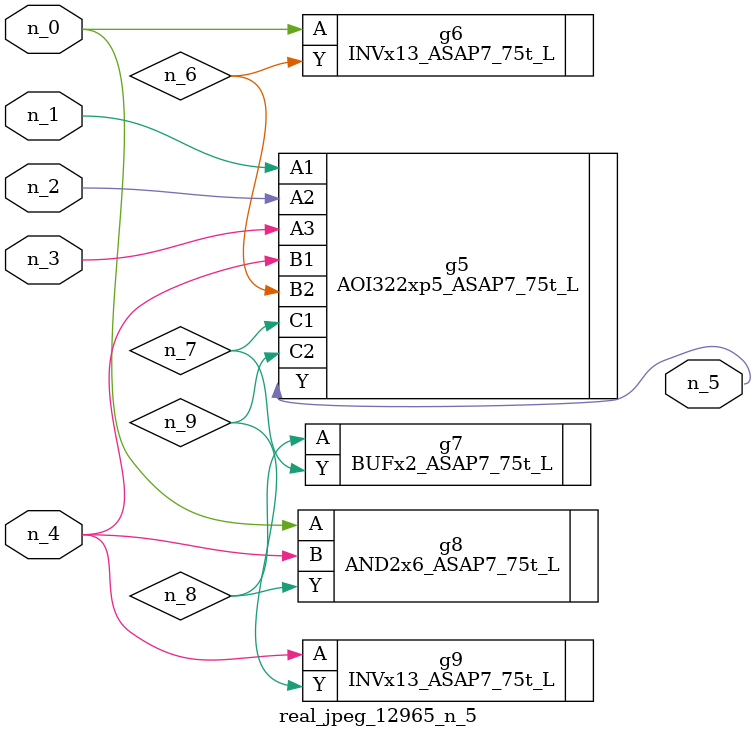
<source format=v>
module real_jpeg_12965_n_5 (n_4, n_0, n_1, n_2, n_3, n_5);

input n_4;
input n_0;
input n_1;
input n_2;
input n_3;

output n_5;

wire n_8;
wire n_6;
wire n_7;
wire n_9;

INVx13_ASAP7_75t_L g6 ( 
.A(n_0),
.Y(n_6)
);

AND2x6_ASAP7_75t_L g8 ( 
.A(n_0),
.B(n_4),
.Y(n_8)
);

AOI322xp5_ASAP7_75t_L g5 ( 
.A1(n_1),
.A2(n_2),
.A3(n_3),
.B1(n_4),
.B2(n_6),
.C1(n_7),
.C2(n_9),
.Y(n_5)
);

INVx13_ASAP7_75t_L g9 ( 
.A(n_4),
.Y(n_9)
);

BUFx2_ASAP7_75t_L g7 ( 
.A(n_8),
.Y(n_7)
);


endmodule
</source>
